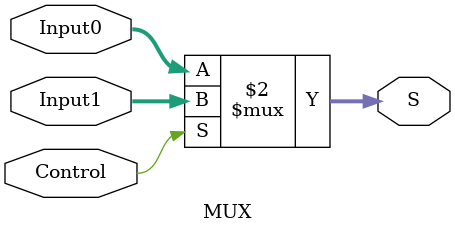
<source format=v>
module MUX
    #(parameter WIDTH=32)
    (
    input [WIDTH - 1:0] Input0,
    input [WIDTH - 1:0] Input1,
    input Control,
    output [WIDTH - 1:0] S
);
    assign S = (Control == 1'b0 ? Input0 : Input1);
endmodule

</source>
